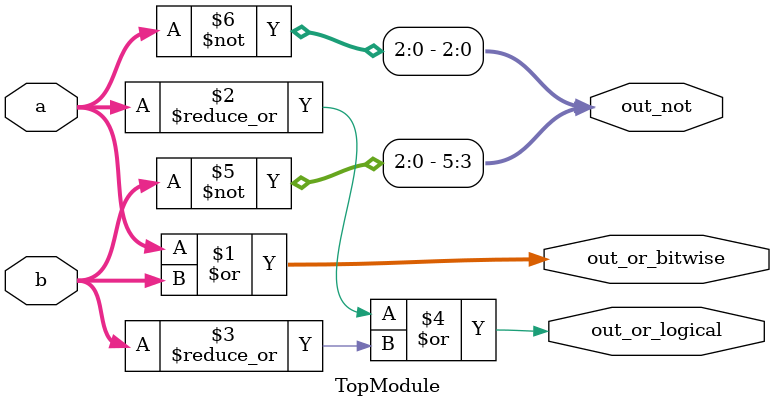
<source format=sv>
module TopModule (
    input  wire [2:0] a,             // 3-bit input vector a
    input  wire [2:0] b,             // 3-bit input vector b
    output wire [2:0] out_or_bitwise, // 3-bit output for bitwise OR
    output wire out_or_logical,      // 1-bit output for logical OR
    output wire [5:0] out_not        // 6-bit output for NOT operation
);

    // Bitwise OR operation
    assign out_or_bitwise = a | b;

    // Logical OR operation
    assign out_or_logical = |a | |b;

    // NOT operation
    assign out_not[5:3] = ~b;
    assign out_not[2:0] = ~a;

endmodule
</source>
